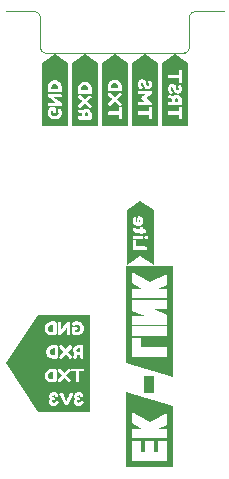
<source format=gbo>
%TF.GenerationSoftware,KiCad,Pcbnew,(5.1.12)-1*%
%TF.CreationDate,2021-12-19T20:34:40+08:00*%
%TF.ProjectId,PCB_EK-Link_Lite,5043425f-454b-42d4-9c69-6e6b5f4c6974,1.3*%
%TF.SameCoordinates,Original*%
%TF.FileFunction,Legend,Bot*%
%TF.FilePolarity,Positive*%
%FSLAX46Y46*%
G04 Gerber Fmt 4.6, Leading zero omitted, Abs format (unit mm)*
G04 Created by KiCad (PCBNEW (5.1.12)-1) date 2021-12-19 20:34:40*
%MOMM*%
%LPD*%
G01*
G04 APERTURE LIST*
%ADD10C,0.100000*%
%ADD11C,0.120000*%
G04 APERTURE END LIST*
D10*
%TO.C,svg2mod*%
G36*
X73261592Y-78054805D02*
G01*
X73061394Y-78054805D01*
X72970680Y-78020396D01*
X72925323Y-77917169D01*
X72970680Y-77813161D01*
X73064523Y-77777970D01*
X73261592Y-77777970D01*
X73261592Y-78054805D01*
G37*
G36*
X70849835Y-79775009D02*
G01*
X70997796Y-79775009D01*
X70997796Y-80357606D01*
X70848294Y-80357606D01*
X70742717Y-80336992D01*
X70647930Y-80275148D01*
X70580885Y-80182095D01*
X70558537Y-80067849D01*
X70580307Y-79953217D01*
X70645618Y-79859008D01*
X70740213Y-79796009D01*
X70849835Y-79775009D01*
G37*
G36*
X70965582Y-77777970D02*
G01*
X71115729Y-77777970D01*
X71115729Y-78369177D01*
X70964018Y-78369177D01*
X70856881Y-78348258D01*
X70760693Y-78285500D01*
X70692657Y-78191072D01*
X70669978Y-78075137D01*
X70692070Y-77958812D01*
X70758346Y-77863210D01*
X70854339Y-77799280D01*
X70965582Y-77777970D01*
G37*
G36*
X70827626Y-75780551D02*
G01*
X70980026Y-75780551D01*
X70980026Y-76380626D01*
X70826038Y-76380626D01*
X70717294Y-76359393D01*
X70619663Y-76295694D01*
X70550607Y-76199849D01*
X70527588Y-76082176D01*
X70550012Y-75964105D01*
X70617282Y-75867069D01*
X70714715Y-75802180D01*
X70827626Y-75780551D01*
G37*
G36*
X73577869Y-74966295D02*
G01*
X74090499Y-74966295D01*
X74090499Y-83148705D01*
X73358263Y-82588812D01*
X73446036Y-82529735D01*
X73488952Y-82482262D01*
X73526550Y-82421876D01*
X73543261Y-82382378D01*
X73546299Y-82367187D01*
X73563010Y-82285153D01*
X73525791Y-82219071D01*
X73414134Y-82197043D01*
X73333620Y-82212235D01*
X73288046Y-82291230D01*
X73204493Y-82364149D01*
X73140689Y-82373263D01*
X73022196Y-82340602D01*
X72984218Y-82266924D01*
X73021437Y-82194765D01*
X73109547Y-82163622D01*
X73178668Y-82160584D01*
X73218165Y-82145393D01*
X73248928Y-82106275D01*
X73259182Y-82028419D01*
X73245130Y-81943727D01*
X73202974Y-81902330D01*
X73123979Y-81894735D01*
X73037388Y-81879923D01*
X73008524Y-81835488D01*
X73038907Y-81774723D01*
X73123219Y-81745859D01*
X73209050Y-81764089D01*
X73248548Y-81800548D01*
X73257663Y-81818778D01*
X73300199Y-81875745D01*
X73357926Y-81894735D01*
X73441479Y-81867390D01*
X73498446Y-81819917D01*
X73517435Y-81765608D01*
X73482495Y-81662306D01*
X73449074Y-81614454D01*
X73386030Y-81554448D01*
X73285767Y-81507354D01*
X73217595Y-81491403D01*
X73142208Y-81486086D01*
X73026416Y-81497902D01*
X72928178Y-81533348D01*
X72847495Y-81592426D01*
X72787574Y-81666273D01*
X72751621Y-81746028D01*
X72739636Y-81831690D01*
X72752802Y-81912120D01*
X72792300Y-81976177D01*
X72858129Y-82023861D01*
X72858129Y-82034495D01*
X72813315Y-82067157D01*
X72765462Y-82116529D01*
X72727863Y-82184890D01*
X72715330Y-82262366D01*
X72728834Y-82364402D01*
X72769344Y-82453778D01*
X72836861Y-82530494D01*
X72924803Y-82589150D01*
X73026585Y-82624343D01*
X73142208Y-82636074D01*
X73256988Y-82624259D01*
X73358263Y-82588812D01*
X74090499Y-83148705D01*
X73577869Y-83148705D01*
X70246601Y-83148705D01*
X69733970Y-83148705D01*
X67006501Y-79057500D01*
X69733970Y-74966295D01*
X71397538Y-75561476D01*
X71388013Y-75642438D01*
X71258632Y-75582113D01*
X71243551Y-75540838D01*
X71201482Y-75508691D01*
X71119726Y-75497976D01*
X70826038Y-75499563D01*
X70714417Y-75509931D01*
X70609741Y-75541037D01*
X70512011Y-75592878D01*
X70421226Y-75665457D01*
X70344827Y-75753166D01*
X70290257Y-75850401D01*
X70257515Y-75957160D01*
X70246601Y-76073444D01*
X70257267Y-76190175D01*
X70289265Y-76298274D01*
X70342595Y-76397741D01*
X70417257Y-76488576D01*
X70507099Y-76564280D01*
X70605971Y-76618354D01*
X70713871Y-76650798D01*
X70830801Y-76661613D01*
X71121313Y-76661613D01*
X71199894Y-76651691D01*
X71241963Y-76621926D01*
X71261013Y-76520326D01*
X71261013Y-75637676D01*
X71258632Y-75582113D01*
X71388013Y-75642438D01*
X71388013Y-76523501D01*
X71390394Y-76579063D01*
X71405476Y-76620338D01*
X71447544Y-76652485D01*
X71529301Y-76663201D01*
X71615026Y-76653676D01*
X71654713Y-76623513D01*
X71766985Y-76473935D01*
X71865674Y-76342702D01*
X71950782Y-76229813D01*
X72022308Y-76135269D01*
X72080251Y-76059069D01*
X72124613Y-76001213D01*
X72124613Y-76523501D01*
X71253365Y-77499571D01*
X70964018Y-77501135D01*
X70854046Y-77511350D01*
X70750917Y-77541995D01*
X70654631Y-77593071D01*
X70565188Y-77664577D01*
X70489918Y-77750990D01*
X70436154Y-77846787D01*
X70403896Y-77951969D01*
X70393143Y-78066535D01*
X70403652Y-78181541D01*
X70435177Y-78288042D01*
X70487719Y-78386039D01*
X70561277Y-78475531D01*
X70649792Y-78550116D01*
X70747203Y-78603391D01*
X70853508Y-78635357D01*
X70968710Y-78646012D01*
X71254929Y-78646012D01*
X71332349Y-78636236D01*
X71373796Y-78606911D01*
X71392564Y-78506812D01*
X71392564Y-77637206D01*
X71390218Y-77582465D01*
X71375360Y-77541800D01*
X71333913Y-77510128D01*
X71253365Y-77499571D01*
X72124613Y-76523501D01*
X72126994Y-76579063D01*
X72142076Y-76620338D01*
X72184144Y-76652485D01*
X72265901Y-76663201D01*
X72345276Y-76652485D01*
X72386551Y-76620338D01*
X72401632Y-76577476D01*
X72404013Y-76521913D01*
X72404013Y-75636088D01*
X72388932Y-75547982D01*
X72343688Y-75510676D01*
X72265901Y-75501151D01*
X72190494Y-75509882D01*
X72151601Y-75529726D01*
X72115088Y-75571001D01*
X72009608Y-75714272D01*
X71916474Y-75840346D01*
X71835688Y-75949222D01*
X71767249Y-76040901D01*
X71711158Y-76115381D01*
X71667413Y-76172663D01*
X71667413Y-75636088D01*
X71652332Y-75547982D01*
X71607088Y-75510676D01*
X71531682Y-75501151D01*
X71458657Y-75509088D01*
X71417382Y-75528138D01*
X71397538Y-75561476D01*
X69733970Y-74966295D01*
X70246601Y-74966295D01*
X72964401Y-75478926D01*
X72841810Y-75492684D01*
X72723806Y-75533959D01*
X72610388Y-75602751D01*
X72567526Y-75673394D01*
X72604038Y-75763088D01*
X72663172Y-75826191D01*
X72716751Y-75847226D01*
X72813588Y-75803569D01*
X72886613Y-75770827D01*
X72972338Y-75759913D01*
X73086241Y-75781146D01*
X73186651Y-75844844D01*
X73256897Y-75942872D01*
X73280313Y-76067094D01*
X73269730Y-76154054D01*
X73237980Y-76231842D01*
X73185063Y-76300457D01*
X73083463Y-76372490D01*
X72969163Y-76396501D01*
X72886216Y-76389357D01*
X72812001Y-76367926D01*
X72812001Y-76194888D01*
X72937413Y-76194888D01*
X73007263Y-76182188D01*
X73034251Y-76144882D01*
X73040601Y-76078207D01*
X73033457Y-76010738D01*
X73007263Y-75975813D01*
X72931063Y-75961526D01*
X72651663Y-75961526D01*
X72546888Y-76005976D01*
X72531013Y-76094876D01*
X72531013Y-76444126D01*
X72575463Y-76540963D01*
X72650472Y-76601387D01*
X72033821Y-77874940D01*
X71736653Y-77533980D01*
X71640465Y-77471418D01*
X71539584Y-77526159D01*
X71478587Y-77623130D01*
X71531764Y-77721664D01*
X71846136Y-78067317D01*
X71531764Y-78412970D01*
X71478587Y-78513068D01*
X71538802Y-78608475D01*
X71640465Y-78663216D01*
X71133427Y-79500664D01*
X70848294Y-79502205D01*
X70739924Y-79512272D01*
X70638297Y-79542471D01*
X70543413Y-79592803D01*
X70455272Y-79663267D01*
X70381099Y-79748422D01*
X70328118Y-79842824D01*
X70296329Y-79946474D01*
X70285733Y-80059372D01*
X70296089Y-80172703D01*
X70327155Y-80277653D01*
X70378931Y-80374223D01*
X70451419Y-80462412D01*
X70538645Y-80535911D01*
X70634636Y-80588410D01*
X70739394Y-80619909D01*
X70852918Y-80630409D01*
X71134969Y-80630409D01*
X71211261Y-80620776D01*
X71252105Y-80591878D01*
X71270600Y-80493237D01*
X71270600Y-79636295D01*
X71268288Y-79582351D01*
X71253646Y-79542278D01*
X71212802Y-79511068D01*
X71133427Y-79500664D01*
X71640465Y-78663216D01*
X71736653Y-78600654D01*
X72033821Y-78259694D01*
X71902517Y-79870567D01*
X71609677Y-79534572D01*
X71514890Y-79472921D01*
X71415478Y-79526866D01*
X71355369Y-79622424D01*
X71407772Y-79719523D01*
X71717566Y-80060142D01*
X71407772Y-80400761D01*
X71355369Y-80499402D01*
X71414708Y-80593419D01*
X71514890Y-80647363D01*
X71609677Y-80585713D01*
X71902517Y-80249718D01*
X71600282Y-81519507D01*
X71533060Y-81565841D01*
X71510653Y-81616732D01*
X71533440Y-81689651D01*
X71404313Y-81765608D01*
X71369373Y-81662306D01*
X71335952Y-81614454D01*
X71272908Y-81554448D01*
X71172645Y-81507354D01*
X71104473Y-81491403D01*
X71029086Y-81486086D01*
X70913294Y-81497902D01*
X70815056Y-81533348D01*
X70734373Y-81592426D01*
X70674452Y-81666273D01*
X70638499Y-81746028D01*
X70626514Y-81831690D01*
X70639680Y-81912120D01*
X70679178Y-81976177D01*
X70745007Y-82023861D01*
X70745007Y-82034495D01*
X70700193Y-82067157D01*
X70652340Y-82116529D01*
X70614741Y-82184890D01*
X70602208Y-82262366D01*
X70615712Y-82364402D01*
X70656222Y-82453778D01*
X70723739Y-82530494D01*
X70811681Y-82589150D01*
X70913463Y-82624343D01*
X71029086Y-82636074D01*
X71143866Y-82624259D01*
X71245141Y-82588812D01*
X71332914Y-82529735D01*
X71375830Y-82482262D01*
X71413428Y-82421876D01*
X71430139Y-82382378D01*
X71433177Y-82367187D01*
X71449888Y-82285153D01*
X71412669Y-82219071D01*
X71301012Y-82197043D01*
X71220498Y-82212235D01*
X71174923Y-82291230D01*
X71091371Y-82364149D01*
X71027567Y-82373263D01*
X70909074Y-82340602D01*
X70871096Y-82266924D01*
X70908315Y-82194765D01*
X70996425Y-82163622D01*
X71065546Y-82160584D01*
X71105043Y-82145393D01*
X71135806Y-82106275D01*
X71146060Y-82028419D01*
X71132008Y-81943727D01*
X71089852Y-81902330D01*
X71010857Y-81894735D01*
X70924266Y-81879923D01*
X70895402Y-81835488D01*
X70925785Y-81774723D01*
X71010097Y-81745859D01*
X71095928Y-81764089D01*
X71135426Y-81800548D01*
X71144541Y-81818778D01*
X71187077Y-81875745D01*
X71244804Y-81894735D01*
X71328357Y-81867390D01*
X71385324Y-81819917D01*
X71404313Y-81765608D01*
X71533440Y-81689651D01*
X71952723Y-82540369D01*
X72003614Y-82594298D01*
X72074254Y-82614806D01*
X72089445Y-82614806D01*
X72161604Y-82594298D01*
X72212495Y-82540369D01*
X72631778Y-81689651D01*
X72654565Y-81616732D01*
X72632157Y-81565841D01*
X72564935Y-81519507D01*
X72488219Y-81493682D01*
X72447962Y-81499759D01*
X72422136Y-81521027D01*
X72397071Y-81561284D01*
X72376752Y-81603820D01*
X72338584Y-81687372D01*
X72289781Y-81794661D01*
X72237561Y-81908407D01*
X72185151Y-82022152D01*
X72135779Y-82129442D01*
X72081849Y-82245656D01*
X71778022Y-81580273D01*
X71756754Y-81534699D01*
X71689912Y-81493682D01*
X71600282Y-81519507D01*
X71902517Y-80249718D01*
X72195357Y-80585713D01*
X72290145Y-80647363D01*
X72390327Y-80592648D01*
X72451207Y-80499402D01*
X72397262Y-80400761D01*
X72087469Y-80060142D01*
X72397262Y-79719523D01*
X72451207Y-79622424D01*
X72391097Y-79527636D01*
X72290145Y-79472921D01*
X72195357Y-79534572D01*
X71902517Y-79870567D01*
X72033821Y-78259694D01*
X72330988Y-78600654D01*
X72427177Y-78663216D01*
X72528839Y-78607693D01*
X72590619Y-78513068D01*
X72535877Y-78412970D01*
X72221505Y-78067317D01*
X72535877Y-77721664D01*
X72590619Y-77623130D01*
X72529621Y-77526941D01*
X72427177Y-77471418D01*
X72330988Y-77533980D01*
X72033821Y-77874940D01*
X72650472Y-76601387D01*
X72742151Y-76644547D01*
X72850497Y-76670444D01*
X72975513Y-76679076D01*
X73089912Y-76667913D01*
X72881356Y-77545623D01*
X72793944Y-77601233D01*
X72736856Y-77658321D01*
X72690717Y-77732613D01*
X72660218Y-77820199D01*
X72650052Y-77917169D01*
X72663086Y-78028042D01*
X72702187Y-78125013D01*
X72767355Y-78208081D01*
X72740245Y-78272206D01*
X72704794Y-78354058D01*
X72661000Y-78453635D01*
X72637540Y-78534965D01*
X72661782Y-78589706D01*
X72734510Y-78635063D01*
X72815058Y-78656960D01*
X72865108Y-78642101D01*
X72894042Y-78611603D01*
X72914549Y-78566941D01*
X72955214Y-78472577D01*
X73016037Y-78328512D01*
X73064523Y-78331640D01*
X73261592Y-78331640D01*
X73261592Y-78508376D01*
X73263938Y-78562335D01*
X73278796Y-78603782D01*
X73320243Y-78635454D01*
X73400791Y-78646012D01*
X73465357Y-79500664D01*
X72608415Y-79500664D01*
X72535976Y-79512224D01*
X72505151Y-79548443D01*
X72497444Y-79613176D01*
X72505151Y-79677139D01*
X72531352Y-79710276D01*
X72609957Y-79724147D01*
X72904338Y-79724147D01*
X72904338Y-80499402D01*
X72906649Y-80551805D01*
X72920521Y-80591107D01*
X72961364Y-80622703D01*
X73038427Y-80631951D01*
X73114720Y-80622703D01*
X73154793Y-80591107D01*
X73168664Y-80551034D01*
X73170976Y-80497861D01*
X73170976Y-79724147D01*
X73466898Y-79724147D01*
X73539338Y-79712588D01*
X73570163Y-79676368D01*
X73577869Y-79611635D01*
X73570163Y-79547673D01*
X73543961Y-79514536D01*
X73465357Y-79500664D01*
X73400791Y-78646012D01*
X73487595Y-78631544D01*
X73529042Y-78588142D01*
X73538427Y-78506812D01*
X73538427Y-77638770D01*
X73536080Y-77584811D01*
X73521222Y-77543364D01*
X73479775Y-77511692D01*
X73399227Y-77501135D01*
X73061394Y-77501135D01*
X72970506Y-77512257D01*
X72881356Y-77545623D01*
X73089912Y-76667913D01*
X73196572Y-76634427D01*
X73295494Y-76578617D01*
X73386676Y-76500482D01*
X73463074Y-76406571D01*
X73517644Y-76303433D01*
X73550387Y-76191068D01*
X73561301Y-76069476D01*
X73550188Y-75948478D01*
X73516851Y-75837899D01*
X73461288Y-75737738D01*
X73383501Y-75647994D01*
X73290632Y-75574027D01*
X73189826Y-75521193D01*
X73081082Y-75489492D01*
X72964401Y-75478926D01*
X70246601Y-74966295D01*
X73577869Y-74966295D01*
G37*
G36*
X79851911Y-58403684D02*
G01*
X79321819Y-58287797D01*
X79321819Y-57405147D01*
X79309913Y-57330534D01*
X79272606Y-57298784D01*
X79205931Y-57290847D01*
X79140050Y-57298784D01*
X78299469Y-57203534D01*
X79180531Y-57203534D01*
X79235300Y-57201153D01*
X79277369Y-57186072D01*
X79308325Y-57143209D01*
X79318644Y-57062247D01*
X79308325Y-56988428D01*
X79286894Y-56947947D01*
X79277369Y-56938422D01*
X78804294Y-56578059D01*
X78937453Y-56477285D01*
X79051182Y-56390861D01*
X79145479Y-56318789D01*
X79220346Y-56261067D01*
X79275781Y-56217697D01*
X79307928Y-56172254D01*
X79318644Y-56089903D01*
X79307928Y-56008742D01*
X79275781Y-55966872D01*
X79232919Y-55951790D01*
X79177356Y-55949409D01*
X78296294Y-55949409D01*
X78320106Y-55804947D01*
X78411387Y-55846222D01*
X78458417Y-55829156D01*
X78518544Y-55777959D01*
X78556644Y-55693822D01*
X78536800Y-55640640D01*
X78477269Y-55569997D01*
X78425675Y-55506497D01*
X78401069Y-55430297D01*
X78414474Y-55348276D01*
X78454691Y-55299063D01*
X78521719Y-55282659D01*
X78582837Y-55323140D01*
X78618556Y-55423947D01*
X78633042Y-55486653D01*
X78654275Y-55554122D01*
X78681064Y-55621590D01*
X78712219Y-55684297D01*
X78755280Y-55739661D01*
X78817788Y-55785103D01*
X78897361Y-55815464D01*
X78991619Y-55825584D01*
X79080783Y-55814031D01*
X79162010Y-55779370D01*
X79235300Y-55721603D01*
X79293067Y-55643903D01*
X79327728Y-55549447D01*
X79339281Y-55438234D01*
X79333130Y-55347151D01*
X79314675Y-55264403D01*
X79264669Y-55155659D01*
X79234506Y-55115972D01*
X79156719Y-55066759D01*
X79069406Y-55104859D01*
X79009875Y-55159628D01*
X78990031Y-55215984D01*
X79021781Y-55298534D01*
X79037656Y-55316790D01*
X79058294Y-55341397D01*
X79078931Y-55426328D01*
X79054325Y-55512053D01*
X78986063Y-55546184D01*
X78915419Y-55505703D01*
X78878906Y-55404897D01*
X78866802Y-55341793D01*
X78849538Y-55273134D01*
X78827511Y-55204475D01*
X78801119Y-55141372D01*
X78762027Y-55086007D01*
X78701900Y-55040565D01*
X78623120Y-55010204D01*
X78528069Y-55000084D01*
X78431033Y-55010403D01*
X78346300Y-55041359D01*
X78276648Y-55088984D01*
X78224856Y-55149309D01*
X78178113Y-55236974D01*
X78150067Y-55328520D01*
X78140719Y-55423947D01*
X78145283Y-55496575D01*
X78158975Y-55565234D01*
X78204219Y-55673184D01*
X78254225Y-55744622D01*
X78302644Y-55790659D01*
X78320106Y-55804947D01*
X78296294Y-55949409D01*
X78209378Y-55964490D01*
X78167706Y-56009734D01*
X78158181Y-56085934D01*
X78166119Y-56158959D01*
X78185169Y-56200234D01*
X78216919Y-56222459D01*
X78299469Y-56230397D01*
X78831281Y-56230397D01*
X78767583Y-56279212D01*
X78674912Y-56346284D01*
X78587798Y-56408593D01*
X78540769Y-56443122D01*
X78503462Y-56471697D01*
X78474887Y-56510590D01*
X78456631Y-56577265D01*
X78473300Y-56642353D01*
X78505844Y-56684422D01*
X78523306Y-56697122D01*
X78585417Y-56744350D01*
X78692375Y-56822534D01*
X78791792Y-56894765D01*
X78831281Y-56924134D01*
X78296294Y-56924134D01*
X78241525Y-56926515D01*
X78201044Y-56941597D01*
X78168897Y-56984459D01*
X78158181Y-57065422D01*
X78168897Y-57144003D01*
X78201044Y-57186072D01*
X78242319Y-57201153D01*
X78299469Y-57203534D01*
X79140050Y-57298784D01*
X79105919Y-57325772D01*
X79091631Y-57406734D01*
X79091631Y-57709947D01*
X78293119Y-57709947D01*
X78239144Y-57712328D01*
X78198662Y-57726615D01*
X78166119Y-57768684D01*
X78156594Y-57848059D01*
X78166119Y-57926640D01*
X78198662Y-57967915D01*
X78239938Y-57982203D01*
X78294706Y-57984584D01*
X79091631Y-57984584D01*
X79091631Y-58289384D01*
X79103538Y-58363997D01*
X79140844Y-58395747D01*
X79207519Y-58403684D01*
X79273400Y-58395747D01*
X79307531Y-58368759D01*
X79321819Y-58287797D01*
X79851911Y-58403684D01*
X79851911Y-58916314D01*
X77628089Y-58916314D01*
X77628089Y-58403684D01*
X77628089Y-54097590D01*
X77628089Y-53584960D01*
X78740000Y-52843686D01*
X79851911Y-53584960D01*
X79851911Y-54097590D01*
X79851911Y-58403684D01*
G37*
G36*
X76493688Y-55595661D02*
G01*
X76493688Y-55748061D01*
X75893612Y-55748061D01*
X75893612Y-55594074D01*
X75914845Y-55485330D01*
X75978544Y-55387699D01*
X76074389Y-55318642D01*
X76192062Y-55295624D01*
X76310133Y-55318047D01*
X76407169Y-55385317D01*
X76472058Y-55482750D01*
X76493688Y-55595661D01*
G37*
G36*
X77317468Y-58405536D02*
G01*
X76776263Y-58289649D01*
X76776263Y-57406999D01*
X76764356Y-57332386D01*
X76727050Y-57300636D01*
X76660375Y-57292699D01*
X76594494Y-57300636D01*
X76560363Y-57327624D01*
X76546075Y-57408586D01*
X76546075Y-57711799D01*
X75747562Y-57711799D01*
X75693587Y-57714180D01*
X75653106Y-57728467D01*
X75620562Y-57770536D01*
X75611037Y-57849911D01*
X75620562Y-57928492D01*
X75653106Y-57969767D01*
X75694381Y-57984055D01*
X75749150Y-57986436D01*
X76546075Y-57986436D01*
X76546075Y-58291236D01*
X76557981Y-58365849D01*
X76595288Y-58397599D01*
X76661963Y-58405536D01*
X76727844Y-58397599D01*
X76761975Y-58370611D01*
X76776263Y-58289649D01*
X77317468Y-58405536D01*
X77317468Y-58918166D01*
X75082532Y-58918166D01*
X75849162Y-57189511D01*
X76200000Y-56870424D01*
X76550838Y-57189511D01*
X76650850Y-57245074D01*
X76748481Y-57183161D01*
X76804838Y-57079180D01*
X76741338Y-56981549D01*
X76395263Y-56679924D01*
X76741338Y-56378299D01*
X76804838Y-56280667D01*
X76749275Y-56178274D01*
X76650850Y-56116361D01*
X76550838Y-56170336D01*
X76200000Y-56489424D01*
X75849162Y-56170336D01*
X75747562Y-56116361D01*
X75650725Y-56177480D01*
X75595162Y-56280667D01*
X75658662Y-56378299D01*
X76004737Y-56679924D01*
X75658662Y-56981549D01*
X75595162Y-57079180D01*
X75651519Y-57182367D01*
X75747562Y-57245074D01*
X75849162Y-57189511D01*
X75082532Y-58918166D01*
X75082532Y-58405536D01*
X75082532Y-54099442D01*
X76084063Y-55025302D01*
X75975964Y-55057300D01*
X75876497Y-55110630D01*
X75785662Y-55185292D01*
X75709959Y-55275135D01*
X75655884Y-55374006D01*
X75623440Y-55481907D01*
X75612625Y-55598836D01*
X75612625Y-55889349D01*
X75622547Y-55967930D01*
X75652312Y-56009999D01*
X75753912Y-56029049D01*
X76636563Y-56029049D01*
X76692125Y-56026667D01*
X76733400Y-56011586D01*
X76765547Y-55969517D01*
X76776263Y-55887761D01*
X76774675Y-55594074D01*
X76764307Y-55482453D01*
X76733202Y-55377777D01*
X76681360Y-55280046D01*
X76608781Y-55189261D01*
X76521072Y-55112863D01*
X76423838Y-55058292D01*
X76317078Y-55025550D01*
X76200794Y-55014636D01*
X76084063Y-55025302D01*
X75082532Y-54099442D01*
X75082532Y-53586812D01*
X76200000Y-52841834D01*
X77317468Y-53586812D01*
X77317468Y-54099442D01*
X77317468Y-58405536D01*
G37*
G36*
X73672700Y-58124549D02*
G01*
X73672700Y-57921349D01*
X73707625Y-57829274D01*
X73812400Y-57783236D01*
X73917969Y-57829274D01*
X73953688Y-57924524D01*
X73953688Y-58124549D01*
X73672700Y-58124549D01*
G37*
G36*
X73953688Y-55794099D02*
G01*
X73953688Y-55946499D01*
X73353612Y-55946499D01*
X73353612Y-55792511D01*
X73374845Y-55683767D01*
X73438544Y-55586136D01*
X73534389Y-55517080D01*
X73652062Y-55494061D01*
X73770133Y-55516485D01*
X73867169Y-55583755D01*
X73932058Y-55681188D01*
X73953688Y-55794099D01*
G37*
G36*
X74777468Y-58405536D02*
G01*
X74234675Y-58264249D01*
X74234675Y-57921349D01*
X74223386Y-57829097D01*
X74189519Y-57738610D01*
X74133075Y-57649886D01*
X74075131Y-57591942D01*
X73999725Y-57545111D01*
X73910825Y-57514155D01*
X73812400Y-57503836D01*
X73699864Y-57517065D01*
X73601439Y-57556753D01*
X73517125Y-57622899D01*
X73452037Y-57595382D01*
X73368958Y-57559399D01*
X73267887Y-57514949D01*
X73309162Y-57387949D01*
X73660000Y-57068861D01*
X74010838Y-57387949D01*
X74110850Y-57443511D01*
X74208481Y-57381599D01*
X74264838Y-57277617D01*
X74201338Y-57179986D01*
X73855263Y-56878361D01*
X74201338Y-56576736D01*
X74264838Y-56479105D01*
X74209275Y-56376711D01*
X74110850Y-56314799D01*
X74010838Y-56368774D01*
X73660000Y-56687861D01*
X73309162Y-56368774D01*
X73207562Y-56314799D01*
X73110725Y-56375917D01*
X73055162Y-56479105D01*
X73118662Y-56576736D01*
X73464737Y-56878361D01*
X73118662Y-57179986D01*
X73055162Y-57277617D01*
X73111519Y-57380805D01*
X73207562Y-57443511D01*
X73309162Y-57387949D01*
X73267887Y-57514949D01*
X73185337Y-57491136D01*
X73129775Y-57515742D01*
X73083737Y-57589561D01*
X73061512Y-57671317D01*
X73076594Y-57722117D01*
X73107550Y-57751486D01*
X73152882Y-57772300D01*
X73248661Y-57813575D01*
X73394887Y-57875311D01*
X73391712Y-57924524D01*
X73391712Y-58124549D01*
X73212325Y-58124549D01*
X73157556Y-58126930D01*
X73115487Y-58142011D01*
X73083341Y-58184080D01*
X73072625Y-58265836D01*
X73087309Y-58353942D01*
X73131362Y-58396011D01*
X73213912Y-58405536D01*
X74094975Y-58405536D01*
X74149744Y-58403155D01*
X74191813Y-58388074D01*
X74223959Y-58346005D01*
X74234675Y-58264249D01*
X74777468Y-58405536D01*
X74777468Y-58918166D01*
X72542532Y-58918166D01*
X72542532Y-58405536D01*
X72542532Y-54099442D01*
X73544063Y-55223740D01*
X73435964Y-55255738D01*
X73336497Y-55309068D01*
X73245662Y-55383730D01*
X73169959Y-55473572D01*
X73115884Y-55572444D01*
X73083440Y-55680344D01*
X73072625Y-55797274D01*
X73072625Y-56087786D01*
X73082547Y-56166367D01*
X73112312Y-56208436D01*
X73213912Y-56227486D01*
X74096563Y-56227486D01*
X74152125Y-56225105D01*
X74193400Y-56210024D01*
X74225547Y-56167955D01*
X74236263Y-56086199D01*
X74234675Y-55792511D01*
X74224307Y-55680890D01*
X74193202Y-55576214D01*
X74141360Y-55478484D01*
X74068781Y-55387699D01*
X73981072Y-55311300D01*
X73883838Y-55256730D01*
X73777078Y-55223988D01*
X73660794Y-55213074D01*
X73544063Y-55223740D01*
X72542532Y-54099442D01*
X72542532Y-53586812D01*
X73660000Y-52841834D01*
X74777468Y-53586812D01*
X74777468Y-54099442D01*
X74777468Y-58405536D01*
G37*
G36*
X71418450Y-55670274D02*
G01*
X71418450Y-55822674D01*
X70818375Y-55822674D01*
X70818375Y-55668686D01*
X70839608Y-55559942D01*
X70903306Y-55462311D01*
X70999152Y-55393255D01*
X71116825Y-55370236D01*
X71234895Y-55392660D01*
X71331931Y-55459930D01*
X71396820Y-55557363D01*
X71418450Y-55670274D01*
G37*
G36*
X72232705Y-58403949D02*
G01*
X71624974Y-58133280D01*
X71677808Y-58032474D01*
X71709508Y-57923730D01*
X71720075Y-57807049D01*
X71706317Y-57684458D01*
X71665042Y-57566454D01*
X71596250Y-57453036D01*
X71525606Y-57410174D01*
X71435913Y-57446686D01*
X71372809Y-57505820D01*
X71351775Y-57559399D01*
X71395431Y-57656236D01*
X71428173Y-57729261D01*
X71439088Y-57814986D01*
X71417855Y-57928889D01*
X71354156Y-58029299D01*
X71256128Y-58099545D01*
X71131906Y-58122961D01*
X71044947Y-58112378D01*
X70967159Y-58080628D01*
X70898544Y-58027711D01*
X70826511Y-57926111D01*
X70802500Y-57811811D01*
X70809644Y-57728864D01*
X70831075Y-57654649D01*
X71004112Y-57654649D01*
X71004112Y-57780061D01*
X71016812Y-57849911D01*
X71054119Y-57876899D01*
X71120794Y-57883249D01*
X71188263Y-57876105D01*
X71223188Y-57849911D01*
X71237475Y-57773711D01*
X71237475Y-57494311D01*
X71193025Y-57389536D01*
X71104125Y-57373661D01*
X70677087Y-57246661D01*
X71562913Y-57246661D01*
X71651019Y-57231580D01*
X71688325Y-57186336D01*
X71697850Y-57108549D01*
X71689119Y-57033142D01*
X71669275Y-56994249D01*
X71628000Y-56957736D01*
X71484728Y-56852256D01*
X71358654Y-56759122D01*
X71249778Y-56678336D01*
X71158100Y-56609897D01*
X71083620Y-56553806D01*
X71026337Y-56510061D01*
X71562913Y-56510061D01*
X71651019Y-56494980D01*
X71688325Y-56449736D01*
X71697850Y-56374330D01*
X71689913Y-56301305D01*
X71670863Y-56260030D01*
X71637525Y-56240186D01*
X71556563Y-56230661D01*
X70675500Y-56230661D01*
X70619938Y-56233042D01*
X70578662Y-56248124D01*
X70546516Y-56290192D01*
X70535800Y-56371949D01*
X70545325Y-56457674D01*
X70575487Y-56497361D01*
X70725065Y-56609633D01*
X70856299Y-56708322D01*
X70969187Y-56793430D01*
X71063732Y-56864956D01*
X71139932Y-56922899D01*
X71197788Y-56967261D01*
X70675500Y-56967261D01*
X70619938Y-56969642D01*
X70578662Y-56984724D01*
X70546516Y-57026792D01*
X70535800Y-57108549D01*
X70546516Y-57187924D01*
X70578662Y-57229199D01*
X70621525Y-57244280D01*
X70677087Y-57246661D01*
X71104125Y-57373661D01*
X70754875Y-57373661D01*
X70658037Y-57418111D01*
X70597613Y-57493120D01*
X70554453Y-57584799D01*
X70528557Y-57693145D01*
X70519925Y-57818161D01*
X70531087Y-57932560D01*
X70564573Y-58039220D01*
X70620384Y-58138142D01*
X70698519Y-58229324D01*
X70792429Y-58305722D01*
X70895567Y-58360292D01*
X71007932Y-58393035D01*
X71129525Y-58403949D01*
X71250522Y-58392836D01*
X71361102Y-58359499D01*
X71461263Y-58303936D01*
X71551006Y-58226149D01*
X71624974Y-58133280D01*
X72232705Y-58403949D01*
X72232705Y-58916579D01*
X70007295Y-58916579D01*
X70007295Y-58403949D01*
X70007295Y-54097855D01*
X71008825Y-55099915D01*
X70900727Y-55131913D01*
X70801260Y-55185243D01*
X70710425Y-55259905D01*
X70634721Y-55349747D01*
X70580647Y-55448619D01*
X70548202Y-55556519D01*
X70537387Y-55673449D01*
X70537387Y-55963961D01*
X70547309Y-56042542D01*
X70577075Y-56084611D01*
X70678675Y-56103661D01*
X71561325Y-56103661D01*
X71616888Y-56101280D01*
X71658163Y-56086199D01*
X71690309Y-56044130D01*
X71701025Y-55962374D01*
X71699438Y-55668686D01*
X71689069Y-55557065D01*
X71657964Y-55452389D01*
X71606122Y-55354659D01*
X71533544Y-55263874D01*
X71445834Y-55187475D01*
X71348600Y-55132905D01*
X71241841Y-55100163D01*
X71125556Y-55089249D01*
X71008825Y-55099915D01*
X70007295Y-54097855D01*
X70007295Y-53585225D01*
X71120000Y-52843421D01*
X72232705Y-53585225D01*
X72232705Y-54097855D01*
X72232705Y-58403949D01*
G37*
G36*
X81298256Y-56922547D02*
G01*
X81298256Y-56719347D01*
X81333181Y-56627272D01*
X81437956Y-56581234D01*
X81543525Y-56627272D01*
X81579244Y-56722522D01*
X81579244Y-56922547D01*
X81298256Y-56922547D01*
G37*
G36*
X82391911Y-58403684D02*
G01*
X81861819Y-58287797D01*
X81861819Y-57405147D01*
X81849913Y-57330534D01*
X81812606Y-57298784D01*
X81745931Y-57290847D01*
X81680050Y-57298784D01*
X81645919Y-57325772D01*
X81631631Y-57406734D01*
X81631631Y-57709947D01*
X80833119Y-57709947D01*
X80779144Y-57712328D01*
X80738662Y-57726615D01*
X80706119Y-57768684D01*
X80696594Y-57848059D01*
X80706119Y-57926640D01*
X80738662Y-57967915D01*
X80779938Y-57982203D01*
X80834706Y-57984584D01*
X81631631Y-57984584D01*
X81631631Y-58289384D01*
X81643538Y-58363997D01*
X81680844Y-58395747D01*
X81747519Y-58403684D01*
X81813400Y-58395747D01*
X81847531Y-58368759D01*
X81861819Y-58287797D01*
X82391911Y-58403684D01*
X82391911Y-58916314D01*
X80168089Y-58916314D01*
X80778438Y-56570298D01*
X80874217Y-56611573D01*
X81020444Y-56673309D01*
X81017269Y-56722522D01*
X81017269Y-56922547D01*
X80837881Y-56922547D01*
X80783112Y-56924928D01*
X80741044Y-56940009D01*
X80708897Y-56982078D01*
X80698181Y-57063834D01*
X80712866Y-57151940D01*
X80756919Y-57194009D01*
X80839469Y-57203534D01*
X81720531Y-57203534D01*
X81775300Y-57201153D01*
X81817369Y-57186072D01*
X81849516Y-57144003D01*
X81860231Y-57062247D01*
X81860231Y-56719347D01*
X81848942Y-56627095D01*
X81815076Y-56536608D01*
X81758631Y-56447884D01*
X81700688Y-56389940D01*
X81625281Y-56343109D01*
X81536381Y-56312153D01*
X81437956Y-56301834D01*
X81325420Y-56315063D01*
X81226995Y-56354751D01*
X81142681Y-56420897D01*
X81077594Y-56393380D01*
X80994515Y-56357397D01*
X80893444Y-56312947D01*
X80860106Y-56184359D01*
X80951387Y-56225634D01*
X80998417Y-56208568D01*
X81058544Y-56157372D01*
X81096644Y-56073234D01*
X81076800Y-56020053D01*
X81017269Y-55949409D01*
X80965675Y-55885909D01*
X80941069Y-55809709D01*
X80954474Y-55727688D01*
X80994691Y-55678476D01*
X81061719Y-55662072D01*
X81122837Y-55702553D01*
X81158556Y-55803359D01*
X81173042Y-55866065D01*
X81194275Y-55933534D01*
X81221064Y-56001003D01*
X81252219Y-56063709D01*
X81295280Y-56119073D01*
X81357788Y-56164515D01*
X81437361Y-56194876D01*
X81531619Y-56204997D01*
X81620783Y-56193443D01*
X81702010Y-56158783D01*
X81775300Y-56101015D01*
X81833067Y-56023316D01*
X81867728Y-55928860D01*
X81879281Y-55817647D01*
X81873130Y-55726564D01*
X81854675Y-55643815D01*
X81804669Y-55535072D01*
X81774506Y-55495384D01*
X81696719Y-55446172D01*
X81609406Y-55484272D01*
X81549875Y-55539040D01*
X81530031Y-55595397D01*
X81561781Y-55677947D01*
X81577656Y-55696203D01*
X81598294Y-55720809D01*
X81618931Y-55805740D01*
X81594325Y-55891465D01*
X81526063Y-55925597D01*
X81455419Y-55885115D01*
X81418906Y-55784309D01*
X81406802Y-55721206D01*
X81389538Y-55652547D01*
X81367511Y-55583887D01*
X81341119Y-55520784D01*
X81302027Y-55465420D01*
X81241900Y-55419978D01*
X81163120Y-55389617D01*
X81068069Y-55379497D01*
X80971033Y-55389815D01*
X80886300Y-55420772D01*
X80816648Y-55468397D01*
X80764856Y-55528722D01*
X80718113Y-55616387D01*
X80690067Y-55707933D01*
X80680719Y-55803359D01*
X80685283Y-55875987D01*
X80698975Y-55944647D01*
X80744219Y-56052597D01*
X80794225Y-56124034D01*
X80842644Y-56170072D01*
X80860106Y-56184359D01*
X80893444Y-56312947D01*
X80810894Y-56289134D01*
X80755331Y-56313740D01*
X80709294Y-56387559D01*
X80687069Y-56469315D01*
X80702150Y-56520115D01*
X80733106Y-56549484D01*
X80778438Y-56570298D01*
X80168089Y-58916314D01*
X80168089Y-58403684D01*
X80168089Y-54097590D01*
X81631631Y-54622259D01*
X80833119Y-54622259D01*
X80779144Y-54624640D01*
X80738662Y-54638928D01*
X80706119Y-54680997D01*
X80696594Y-54760372D01*
X80706119Y-54838953D01*
X80738662Y-54880228D01*
X80779938Y-54894515D01*
X80834706Y-54896897D01*
X81631631Y-54896897D01*
X81631631Y-55201697D01*
X81643538Y-55276309D01*
X81680844Y-55308059D01*
X81747519Y-55315997D01*
X81813400Y-55308059D01*
X81847531Y-55281072D01*
X81861819Y-55200109D01*
X81861819Y-54317459D01*
X81849913Y-54242847D01*
X81812606Y-54211097D01*
X81745931Y-54203159D01*
X81680050Y-54211097D01*
X81645919Y-54238084D01*
X81631631Y-54319047D01*
X81631631Y-54622259D01*
X80168089Y-54097590D01*
X80168089Y-53584960D01*
X81280000Y-52843686D01*
X82391911Y-53584960D01*
X82391911Y-54097590D01*
X82391911Y-58403684D01*
G37*
D11*
%TO.C,J3*%
X69400000Y-49260000D02*
X67000000Y-49260000D01*
X69900000Y-52410000D02*
X69900000Y-49760000D01*
X70300000Y-52760000D02*
X82100000Y-52760000D01*
X82500000Y-52360000D02*
X82500000Y-49710000D01*
X83000000Y-49260000D02*
X85400000Y-49260000D01*
X83050000Y-49260000D02*
G75*
G03*
X82500000Y-49710000I-50000J-500000D01*
G01*
X82100000Y-52760000D02*
G75*
G03*
X82500000Y-52360000I0J400000D01*
G01*
X69900000Y-52360000D02*
G75*
G03*
X70300000Y-52760000I400000J0D01*
G01*
X69900000Y-49760000D02*
G75*
G03*
X69400000Y-49260000I-500000J0D01*
G01*
D10*
%TO.C,svg2mod*%
G36*
X81092543Y-87311825D02*
G01*
X80579913Y-87311825D01*
X80579913Y-85622725D01*
X79827438Y-85622725D01*
X79827438Y-86514900D01*
X79516288Y-86514900D01*
X79516288Y-85622725D01*
X78766987Y-85622725D01*
X78766987Y-86518075D01*
X78395512Y-86518075D01*
X78395512Y-85622725D01*
X77662087Y-85368725D01*
X80579913Y-85368725D01*
X80579913Y-84574975D01*
X79881413Y-84574975D01*
X80579913Y-84235250D01*
X80579913Y-83285925D01*
X79211488Y-84022525D01*
X77662087Y-83162100D01*
X77662087Y-84098725D01*
X78525687Y-84578150D01*
X77662087Y-84578150D01*
X77662087Y-85368725D01*
X78395512Y-85622725D01*
X77662087Y-85622725D01*
X77662087Y-87311825D01*
X80579913Y-87311825D01*
X81092543Y-87311825D01*
X81092543Y-87824456D01*
X77149457Y-87824456D01*
X77149457Y-87311825D01*
X77149457Y-83162100D01*
X77149457Y-82649470D01*
X77149457Y-81466544D01*
X81092543Y-82649470D01*
X81092543Y-83162100D01*
X81092543Y-87311825D01*
G37*
G36*
X79536925Y-80108425D02*
G01*
X78705075Y-80108425D01*
X78705075Y-81562575D01*
X79536925Y-81562575D01*
X79536925Y-80108425D01*
G37*
G36*
X81092543Y-78493025D02*
G01*
X80579913Y-78493025D01*
X80579913Y-77632600D01*
X78382812Y-77632600D01*
X78382812Y-76915050D01*
X77662087Y-76737250D01*
X80579913Y-76737250D01*
X80579913Y-75902225D01*
X77662087Y-75902225D01*
X77662087Y-76737250D01*
X78382812Y-76915050D01*
X77662087Y-76915050D01*
X77662087Y-78493025D01*
X80579913Y-78493025D01*
X81092543Y-78493025D01*
X81092543Y-79005655D01*
X81092543Y-80188581D01*
X77149457Y-79005655D01*
X77662087Y-75051325D01*
X77662087Y-75810150D01*
X80579913Y-75810150D01*
X80579913Y-74956075D01*
X79503588Y-74486175D01*
X80579913Y-74486175D01*
X80579913Y-73705125D01*
X77662087Y-73705125D01*
X77662087Y-74600475D01*
X78760637Y-75051325D01*
X77662087Y-75051325D01*
X77149457Y-79005655D01*
X77149457Y-78493025D01*
X77662087Y-72743100D01*
X77662087Y-73533675D01*
X80579913Y-73533675D01*
X80579913Y-72739925D01*
X79881413Y-72739925D01*
X80579913Y-72400200D01*
X80579913Y-71450875D01*
X79211488Y-72187475D01*
X77662087Y-71327050D01*
X77662087Y-72263675D01*
X78525687Y-72743100D01*
X77662087Y-72743100D01*
X77149457Y-78493025D01*
X77149457Y-71327050D01*
X77149457Y-70814419D01*
X81092543Y-70814419D01*
X81092543Y-71327050D01*
X81092543Y-78493025D01*
G37*
G36*
X79495518Y-69436456D02*
G01*
X78908672Y-69376925D01*
X78919388Y-69295169D01*
X78904703Y-69206666D01*
X78860650Y-69163406D01*
X78778100Y-69155469D01*
X78940025Y-68488719D01*
X78972172Y-68446650D01*
X78982888Y-68364894D01*
X78972172Y-68284725D01*
X78940025Y-68244244D01*
X78897956Y-68229163D01*
X78843188Y-68226781D01*
X78788419Y-68229163D01*
X78747144Y-68243450D01*
X78714600Y-68285519D01*
X78705075Y-68365688D01*
X78714600Y-68445856D01*
X78747938Y-68487925D01*
X78790006Y-68502213D01*
X78844775Y-68504594D01*
X78899544Y-68502213D01*
X78940025Y-68488719D01*
X78778100Y-69155469D01*
X77990700Y-69155469D01*
X78452663Y-68504594D01*
X78507431Y-68502213D01*
X78549500Y-68488719D01*
X78580456Y-68446650D01*
X78590775Y-68364894D01*
X78563788Y-68256944D01*
X78495525Y-68228369D01*
X78449488Y-68226781D01*
X78339950Y-68116450D01*
X78432025Y-68139469D01*
X78526481Y-68131531D01*
X78568550Y-68109306D01*
X78589188Y-68045806D01*
X78582838Y-67993419D01*
X78746350Y-67993419D01*
X78800325Y-67991037D01*
X78838425Y-67975956D01*
X78868191Y-67935078D01*
X78878113Y-67853719D01*
X78863428Y-67767597D01*
X78819375Y-67725131D01*
X78738413Y-67717194D01*
X78582838Y-67717194D01*
X78589188Y-67611625D01*
X78586806Y-67557650D01*
X78571725Y-67515581D01*
X78530847Y-67484625D01*
X78449488Y-67474306D01*
X78368922Y-67485022D01*
X78327250Y-67517169D01*
X78313756Y-67559237D01*
X78311375Y-67614006D01*
X78317725Y-67717194D01*
X78098650Y-67717194D01*
X78036737Y-67703700D01*
X78017687Y-67652900D01*
X78015306Y-67595750D01*
X78000225Y-67553681D01*
X77971826Y-67366356D01*
X78067606Y-67399694D01*
X78170087Y-67410806D01*
X78294530Y-67396431D01*
X78401157Y-67353303D01*
X78489969Y-67281425D01*
X78556556Y-67188027D01*
X78596508Y-67080342D01*
X78609825Y-66958369D01*
X78600102Y-66855380D01*
X78570931Y-66767075D01*
X78522314Y-66693455D01*
X78454250Y-66634519D01*
X78367930Y-66594037D01*
X78274069Y-66580544D01*
X78189137Y-66592648D01*
X78129606Y-66628962D01*
X78082775Y-66736119D01*
X78082775Y-67112356D01*
X78008162Y-67059969D01*
X77978000Y-66955194D01*
X77982762Y-66873041D01*
X77997050Y-66810731D01*
X78003400Y-66793269D01*
X78020862Y-66729769D01*
X77949425Y-66642456D01*
X77876400Y-66621819D01*
X77814587Y-66642952D01*
X77770434Y-66706353D01*
X77743943Y-66812021D01*
X77735112Y-66959956D01*
X77745233Y-67070883D01*
X77775594Y-67168712D01*
X77822623Y-67249873D01*
X77882750Y-67310794D01*
X77971826Y-67366356D01*
X78000225Y-67553681D01*
X77893862Y-67517169D01*
X77813297Y-67528281D01*
X77771625Y-67561619D01*
X77758131Y-67603687D01*
X77755750Y-67656869D01*
X77764040Y-67758116D01*
X77788911Y-67841724D01*
X77830362Y-67907694D01*
X77891569Y-67955319D01*
X77975707Y-67983894D01*
X78082775Y-67993419D01*
X78317725Y-67993419D01*
X78312962Y-68058506D01*
X78339950Y-68116450D01*
X78449488Y-68226781D01*
X77893862Y-68226781D01*
X77839094Y-68229163D01*
X77797025Y-68244244D01*
X77766069Y-68285122D01*
X77755750Y-68366481D01*
X77766466Y-68447047D01*
X77798612Y-68488719D01*
X77839887Y-68502213D01*
X77895450Y-68504594D01*
X78452663Y-68504594D01*
X77990700Y-69155469D01*
X77990700Y-68723669D01*
X77978794Y-68647469D01*
X77941487Y-68615719D01*
X77874019Y-68607781D01*
X77806550Y-68615719D01*
X77771625Y-68642706D01*
X77755750Y-68725256D01*
X77755750Y-69296756D01*
X77770831Y-69384863D01*
X77816075Y-69426931D01*
X77897037Y-69436456D01*
X78779688Y-69436456D01*
X78834456Y-69434075D01*
X78876525Y-69418994D01*
X78908672Y-69376925D01*
X79495518Y-69436456D01*
X79495518Y-69949086D01*
X79495518Y-70706765D01*
X78359000Y-69949086D01*
X77222482Y-70706765D01*
X77222482Y-69949086D01*
X77222482Y-69436456D01*
X77222482Y-66580544D01*
X77222482Y-66067914D01*
X78359000Y-65310235D01*
X79495518Y-66067914D01*
X79495518Y-66580544D01*
X79495518Y-69436456D01*
G37*
G36*
X78227237Y-66915506D02*
G01*
X78278037Y-66855181D01*
X78336775Y-66882962D01*
X78359000Y-66962337D01*
X78316931Y-67064731D01*
X78227237Y-67115531D01*
X78227237Y-66915506D01*
G37*
%TD*%
M02*

</source>
